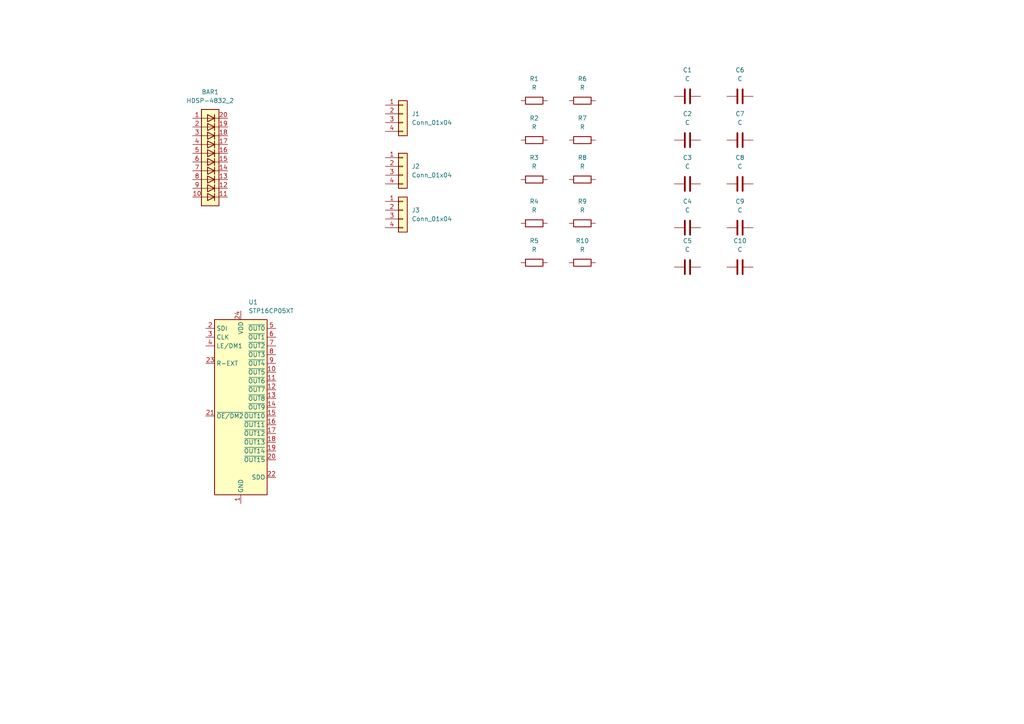
<source format=kicad_sch>
(kicad_sch (version 20231120) (generator "eeschema") (generator_version "8.0")
  (paper "A4")
  (lib_symbols
    (symbol "Connector_Generic:Conn_01x04" (pin_names (offset 1.016) hide)
      (property "Reference" "J" (at 0 5.08 0))
      (property "Value" "Conn_01x04" (at 0 -7.62 0))
      (symbol "Conn_01x04_1_1"
        (rectangle (start -1.27 -4.953) (end 0 -5.207) (stroke (width 0.1524)))
        (rectangle (start -1.27 -2.413) (end 0 -2.667) (stroke (width 0.1524)))
        (rectangle (start -1.27 0.127) (end 0 -0.127) (stroke (width 0.1524)))
        (rectangle (start -1.27 2.667) (end 0 2.413) (stroke (width 0.1524)))
        (rectangle (start -1.27 3.81) (end 1.27 -6.35) (stroke (width 0.254)) (fill (type background)))
        (pin passive line (at -5.08 2.54 0) (length 3.81) (name "Pin_1") (number "1"))
        (pin passive line (at -5.08 0 0) (length 3.81) (name "Pin_2") (number "2"))
        (pin passive line (at -5.08 -2.54 0) (length 3.81) (name "Pin_3") (number "3"))
        (pin passive line (at -5.08 -5.08 0) (length 3.81) (name "Pin_4") (number "4"))
      )
    )
    (symbol "Device:C" (pin_numbers hide) (pin_names (offset 0.254))
      (property "Reference" "C" (at 0.635 2.54 0))
      (property "Value" "C" (at 0.635 -2.54 0))
      (symbol "C_0_1"
        (polyline (pts (xy -2.032 -0.762) (xy 2.032 -0.762)) (stroke (width 0.508)))
        (polyline (pts (xy -2.032 0.762) (xy 2.032 0.762)) (stroke (width 0.508)))
      )
      (symbol "C_1_1"
        (pin passive line (at 0 3.81 270) (length 2.794) (name "~") (number "1"))
        (pin passive line (at 0 -3.81 90) (length 2.794) (name "~") (number "2"))
      )
    )
    (symbol "Device:R" (pin_numbers hide) (pin_names (offset 0))
      (property "Reference" "R" (at 2.032 0 90))
      (property "Value" "R" (at 0 0 90))
      (symbol "R_0_1"
        (rectangle (start -1.016 -2.54) (end 1.016 2.54) (stroke (width 0.254)))
      )
      (symbol "R_1_1"
        (pin passive line (at 0 3.81 270) (length 1.27) (name "~") (number "1"))
        (pin passive line (at 0 -3.81 90) (length 1.27) (name "~") (number "2"))
      )
    )
    (symbol "Driver_LED:STP16CP05XT"
      (property "Reference" "U" (at -7.62 26.67 0))
      (property "Value" "STP16CP05XT" (at 1.27 26.67 0))
      (symbol "STP16CP05XT_0_1"
        (rectangle (start -7.62 25.4) (end 7.62 -25.4) (stroke (width 0.254)) (fill (type background)))
      )
      (symbol "STP16CP05XT_1_1"
        (pin power_in line (at 0 -27.94 90) (length 2.54) (name "GND") (number "1"))
        (pin output line (at 10.16 10.16 180) (length 2.54) (name "~{OUT5}") (number "10"))
        (pin output line (at 10.16 7.62 180) (length 2.54) (name "~{OUT6}") (number "11"))
        (pin output line (at 10.16 5.08 180) (length 2.54) (name "~{OUT7}") (number "12"))
        (pin output line (at 10.16 2.54 180) (length 2.54) (name "~{OUT8}") (number "13"))
        (pin output line (at 10.16 0 180) (length 2.54) (name "~{OUT9}") (number "14"))
        (pin output line (at 10.16 -2.54 180) (length 2.54) (name "~{OUT10}") (number "15"))
        (pin output line (at 10.16 -5.08 180) (length 2.54) (name "~{OUT11}") (number "16"))
        (pin output line (at 10.16 -7.62 180) (length 2.54) (name "~{OUT12}") (number "17"))
        (pin output line (at 10.16 -10.16 180) (length 2.54) (name "~{OUT13}") (number "18"))
        (pin output line (at 10.16 -12.7 180) (length 2.54) (name "~{OUT14}") (number "19"))
        (pin input line (at -10.16 22.86 0) (length 2.54) (name "SDI") (number "2"))
        (pin output line (at 10.16 -15.24 180) (length 2.54) (name "~{OUT15}") (number "20"))
        (pin input line (at -10.16 -2.54 0) (length 2.54) (name "~{OE/DM2}") (number "21"))
        (pin output line (at 10.16 -20.32 180) (length 2.54) (name "SDO") (number "22"))
        (pin passive line (at -10.16 12.7 0) (length 2.54) (name "R-EXT") (number "23"))
        (pin power_in line (at 0 27.94 270) (length 2.54) (name "VDD") (number "24"))
        (pin passive line (at 0 -27.94 90) (length 2.54) hide (name "GND") (number "25"))
        (pin input line (at -10.16 20.32 0) (length 2.54) (name "CLK") (number "3"))
        (pin input line (at -10.16 17.78 0) (length 2.54) (name "LE/DM1") (number "4"))
        (pin output line (at 10.16 22.86 180) (length 2.54) (name "~{OUT0}") (number "5"))
        (pin output line (at 10.16 20.32 180) (length 2.54) (name "~{OUT1}") (number "6"))
        (pin output line (at 10.16 17.78 180) (length 2.54) (name "~{OUT2}") (number "7"))
        (pin output line (at 10.16 15.24 180) (length 2.54) (name "~{OUT3}") (number "8"))
        (pin output line (at 10.16 12.7 180) (length 2.54) (name "~{OUT4}") (number "9"))
      )
    )
    (symbol "LED:HDSP-4832_2" (pin_names (offset 1.016) hide)
      (property "Reference" "BAR" (at 0 15.24 0))
      (property "Value" "HDSP-4832_2" (at 0 -17.78 0))
      (symbol "HDSP-4832_2_0_1"
        (rectangle (start -2.54 12.7) (end 2.54 -15.24) (stroke (width 0.254)) (fill (type background)))
        (polyline (pts (xy -2.54 -12.7) (xy 2.54 -12.7)))
        (polyline (pts (xy -2.54 -10.16) (xy 2.54 -10.16)))
        (polyline (pts (xy -2.54 -7.62) (xy 2.54 -7.62)))
        (polyline (pts (xy -2.54 -5.08) (xy 2.54 -5.08)))
        (polyline (pts (xy -2.54 0) (xy 2.54 0)))
        (polyline (pts (xy -2.54 5.08) (xy 2.54 5.08)))
        (polyline (pts (xy -2.54 7.62) (xy 2.54 7.62)))
        (polyline (pts (xy -2.54 10.16) (xy 2.54 10.16)))
        (polyline (pts (xy 1.27 -11.684) (xy 1.27 -13.716)) (stroke (width 0.254)))
        (polyline (pts (xy 1.27 -9.144) (xy 1.27 -11.176)) (stroke (width 0.254)))
        (polyline (pts (xy 1.27 -6.604) (xy 1.27 -8.636)) (stroke (width 0.254)))
        (polyline (pts (xy 1.27 -4.064) (xy 1.27 -6.096)) (stroke (width 0.254)))
        (polyline (pts (xy 1.27 -1.524) (xy 1.27 -3.556)) (stroke (width 0.254)))
        (polyline (pts (xy 1.27 1.016) (xy 1.27 -1.016)) (stroke (width 0.254)))
        (polyline (pts (xy 1.27 3.556) (xy 1.27 1.524)) (stroke (width 0.254)))
        (polyline (pts (xy 1.27 6.096) (xy 1.27 4.064)) (stroke (width 0.254)))
        (polyline (pts (xy 1.27 8.636) (xy 1.27 6.604)) (stroke (width 0.254)))
        (polyline (pts (xy 1.27 11.176) (xy 1.27 9.144)) (stroke (width 0.254)))
        (polyline (pts (xy 2.54 -2.54) (xy -2.54 -2.54)))
        (polyline (pts (xy 2.54 2.54) (xy -2.54 2.54)))
        (polyline (pts (xy -0.762 -11.684) (xy -0.762 -13.716) (xy 1.27 -12.7) (xy -0.762 -11.684)) (stroke (width 0.254)))
        (polyline (pts (xy -0.762 -9.144) (xy -0.762 -11.176) (xy 1.27 -10.16) (xy -0.762 -9.144)) (stroke (width 0.254)))
        (polyline (pts (xy -0.762 -6.604) (xy -0.762 -8.636) (xy 1.27 -7.62) (xy -0.762 -6.604)) (stroke (width 0.254)))
        (polyline (pts (xy -0.762 -4.064) (xy -0.762 -6.096) (xy 1.27 -5.08) (xy -0.762 -4.064)) (stroke (width 0.254)))
        (polyline (pts (xy -0.762 -1.524) (xy -0.762 -3.556) (xy 1.27 -2.54) (xy -0.762 -1.524)) (stroke (width 0.254)))
        (polyline (pts (xy -0.762 1.016) (xy -0.762 -1.016) (xy 1.27 0) (xy -0.762 1.016)) (stroke (width 0.254)))
        (polyline (pts (xy -0.762 3.556) (xy -0.762 1.524) (xy 1.27 2.54) (xy -0.762 3.556)) (stroke (width 0.254)))
        (polyline (pts (xy -0.762 6.096) (xy -0.762 4.064) (xy 1.27 5.08) (xy -0.762 6.096)) (stroke (width 0.254)))
        (polyline (pts (xy -0.762 8.636) (xy -0.762 6.604) (xy 1.27 7.62) (xy -0.762 8.636)) (stroke (width 0.254)))
        (polyline (pts (xy -0.762 11.176) (xy -0.762 9.144) (xy 1.27 10.16) (xy -0.762 11.176)) (stroke (width 0.254)))
      )
      (symbol "HDSP-4832_2_1_1"
        (pin passive line (at -5.08 10.16 0) (length 2.54) (name "A") (number "1"))
        (pin passive line (at -5.08 -12.7 0) (length 2.54) (name "A") (number "10"))
        (pin passive line (at 5.08 -12.7 180) (length 2.54) (name "K") (number "11"))
        (pin passive line (at 5.08 -10.16 180) (length 2.54) (name "K") (number "12"))
        (pin passive line (at 5.08 -7.62 180) (length 2.54) (name "K") (number "13"))
        (pin passive line (at 5.08 -5.08 180) (length 2.54) (name "K") (number "14"))
        (pin passive line (at 5.08 -2.54 180) (length 2.54) (name "K") (number "15"))
        (pin passive line (at 5.08 0 180) (length 2.54) (name "K") (number "16"))
        (pin passive line (at 5.08 2.54 180) (length 2.54) (name "K") (number "17"))
        (pin passive line (at 5.08 5.08 180) (length 2.54) (name "K") (number "18"))
        (pin passive line (at 5.08 7.62 180) (length 2.54) (name "K") (number "19"))
        (pin passive line (at -5.08 7.62 0) (length 2.54) (name "A") (number "2"))
        (pin passive line (at 5.08 10.16 180) (length 2.54) (name "K") (number "20"))
        (pin passive line (at -5.08 5.08 0) (length 2.54) (name "A") (number "3"))
        (pin passive line (at -5.08 2.54 0) (length 2.54) (name "A") (number "4"))
        (pin passive line (at -5.08 0 0) (length 2.54) (name "A") (number "5"))
        (pin passive line (at -5.08 -2.54 0) (length 2.54) (name "A") (number "6"))
        (pin passive line (at -5.08 -5.08 0) (length 2.54) (name "A") (number "7"))
        (pin passive line (at -5.08 -7.62 0) (length 2.54) (name "A") (number "8"))
        (pin passive line (at -5.08 -10.16 0) (length 2.54) (name "A") (number "9"))
      )
    )
  )
  (symbol (lib_id "Device:R") (at 168.91 64.77 90) (unit 1)
    (property "Reference" "R9" (at 168.91 58.42 90))
    (property "Value" "R" (at 168.91 60.96 90))
    (property "Footprint" "Resistor_SMD:R_0603_1608Metric" (effects (hide yes)))
    (property "Description" "Resistor" (effects (hide yes)))
  )
  (symbol (lib_id "Device:R") (at 168.91 29.21 90) (unit 1)
    (property "Reference" "R6" (at 168.91 22.86 90))
    (property "Value" "R" (at 168.91 25.4 90))
    (property "Footprint" "Resistor_SMD:R_0603_1608Metric" (effects (hide yes)))
    (property "Description" "Resistor" (effects (hide yes)))
  )
  (symbol (lib_id "Device:R") (at 168.91 40.64 90) (unit 1)
    (property "Reference" "R7" (at 168.91 34.29 90))
    (property "Value" "R" (at 168.91 36.83 90))
    (property "Footprint" "Resistor_SMD:R_0603_1608Metric" (effects (hide yes)))
    (property "Description" "Resistor" (effects (hide yes)))
  )
  (symbol (lib_id "Device:C") (at 199.39 66.04 90) (unit 1)
    (property "Reference" "C4" (at 199.39 58.42 90))
    (property "Value" "C" (at 199.39 60.96 90))
    (property "Footprint" "Capacitor_SMD:C_0603_1608Metric" (effects (hide yes)))
    (property "Description" "Unpolarized capacitor" (effects (hide yes)))
  )
  (symbol (lib_id "Connector_Generic:Conn_01x04") (at 116.84 48.26 0) (unit 1)
    (property "Reference" "J2" (at 119.38 48.2599 0) (effects (justify left)))
    (property "Value" "Conn_01x04" (at 119.38 50.7999 0) (effects (justify left)))
    (property "Footprint" "Connector_PinHeader_2.54mm:PinHeader_1x04_P2.54mm_Vertical" (effects (hide yes)))
    (property "Description" "Generic connector, single row, 01x04, script generated (kicad-library-utils/schlib/autogen/connector/)" (effects (hide yes)))
  )
  (symbol (lib_id "Device:C") (at 214.63 40.64 90) (unit 1)
    (property "Reference" "C7" (at 214.63 33.02 90))
    (property "Value" "C" (at 214.63 35.56 90))
    (property "Footprint" "Capacitor_SMD:C_0603_1608Metric" (effects (hide yes)))
    (property "Description" "Unpolarized capacitor" (effects (hide yes)))
  )
  (symbol (lib_id "Device:R") (at 154.94 76.2 90) (unit 1)
    (property "Reference" "R5" (at 154.94 69.85 90))
    (property "Value" "R" (at 154.94 72.39 90))
    (property "Footprint" "Resistor_SMD:R_0603_1608Metric" (effects (hide yes)))
    (property "Description" "Resistor" (effects (hide yes)))
  )
  (symbol (lib_id "Device:R") (at 154.94 29.21 90) (unit 1)
    (property "Reference" "R1" (at 154.94 22.86 90))
    (property "Value" "R" (at 154.94 25.4 90))
    (property "Footprint" "Resistor_SMD:R_0603_1608Metric" (effects (hide yes)))
    (property "Description" "Resistor" (effects (hide yes)))
  )
  (symbol (lib_id "Device:C") (at 214.63 77.47 90) (unit 1)
    (property "Reference" "C10" (at 214.63 69.85 90))
    (property "Value" "C" (at 214.63 72.39 90))
    (property "Footprint" "Capacitor_SMD:C_0603_1608Metric" (effects (hide yes)))
    (property "Description" "Unpolarized capacitor" (effects (hide yes)))
  )
  (symbol (lib_id "Connector_Generic:Conn_01x04") (at 116.84 60.96 0) (unit 1)
    (property "Reference" "J3" (at 119.38 60.9599 0) (effects (justify left)))
    (property "Value" "Conn_01x04" (at 119.38 63.4999 0) (effects (justify left)))
    (property "Footprint" "Connector_PinHeader_2.54mm:PinHeader_1x04_P2.54mm_Vertical" (effects (hide yes)))
    (property "Description" "Generic connector, single row, 01x04, script generated (kicad-library-utils/schlib/autogen/connector/)" (effects (hide yes)))
  )
  (symbol (lib_id "Device:C") (at 199.39 40.64 90) (unit 1)
    (property "Reference" "C2" (at 199.39 33.02 90))
    (property "Value" "C" (at 199.39 35.56 90))
    (property "Footprint" "Capacitor_SMD:C_0603_1608Metric" (effects (hide yes)))
    (property "Description" "Unpolarized capacitor" (effects (hide yes)))
  )
  (symbol (lib_id "Device:C") (at 199.39 53.34 90) (unit 1)
    (property "Reference" "C3" (at 199.39 45.72 90))
    (property "Value" "C" (at 199.39 48.26 90))
    (property "Footprint" "Capacitor_SMD:C_0603_1608Metric" (effects (hide yes)))
    (property "Description" "Unpolarized capacitor" (effects (hide yes)))
  )
  (symbol (lib_id "Device:R") (at 154.94 64.77 90) (unit 1)
    (property "Reference" "R4" (at 154.94 58.42 90))
    (property "Value" "R" (at 154.94 60.96 90))
    (property "Footprint" "Resistor_SMD:R_0603_1608Metric" (effects (hide yes)))
    (property "Description" "Resistor" (effects (hide yes)))
  )
  (symbol (lib_id "Device:C") (at 214.63 53.34 90) (unit 1)
    (property "Reference" "C8" (at 214.63 45.72 90))
    (property "Value" "C" (at 214.63 48.26 90))
    (property "Footprint" "Capacitor_SMD:C_0603_1608Metric" (effects (hide yes)))
    (property "Description" "Unpolarized capacitor" (effects (hide yes)))
  )
  (symbol (lib_id "Device:R") (at 154.94 40.64 90) (unit 1)
    (property "Reference" "R2" (at 154.94 34.29 90))
    (property "Value" "R" (at 154.94 36.83 90))
    (property "Footprint" "Resistor_SMD:R_0603_1608Metric" (effects (hide yes)))
    (property "Description" "Resistor" (effects (hide yes)))
  )
  (symbol (lib_id "Connector_Generic:Conn_01x04") (at 116.84 33.02 0) (unit 1)
    (property "Reference" "J1" (at 119.38 33.0199 0) (effects (justify left)))
    (property "Value" "Conn_01x04" (at 119.38 35.5599 0) (effects (justify left)))
    (property "Footprint" "Connector_PinHeader_2.54mm:PinHeader_1x04_P2.54mm_Vertical" (effects (hide yes)))
    (property "Description" "Generic connector, single row, 01x04, script generated (kicad-library-utils/schlib/autogen/connector/)" (effects (hide yes)))
  )
  (symbol (lib_id "Device:R") (at 154.94 52.07 90) (unit 1)
    (property "Reference" "R3" (at 154.94 45.72 90))
    (property "Value" "R" (at 154.94 48.26 90))
    (property "Footprint" "Resistor_SMD:R_0603_1608Metric" (effects (hide yes)))
    (property "Description" "Resistor" (effects (hide yes)))
  )
  (symbol (lib_id "Device:C") (at 199.39 27.94 90) (unit 1)
    (property "Reference" "C1" (at 199.39 20.32 90))
    (property "Value" "C" (at 199.39 22.86 90))
    (property "Footprint" "Capacitor_SMD:C_0603_1608Metric" (effects (hide yes)))
    (property "Description" "Unpolarized capacitor" (effects (hide yes)))
  )
  (symbol (lib_id "Device:C") (at 199.39 77.47 90) (unit 1)
    (property "Reference" "C5" (at 199.39 69.85 90))
    (property "Value" "C" (at 199.39 72.39 90))
    (property "Footprint" "Capacitor_SMD:C_0603_1608Metric" (effects (hide yes)))
    (property "Description" "Unpolarized capacitor" (effects (hide yes)))
  )
  (symbol (lib_id "Driver_LED:STP16CP05XT") (at 69.85 118.11 0) (unit 1)
    (property "Reference" "U1" (at 72.0441 87.63 0) (effects (justify left)))
    (property "Value" "STP16CP05XT" (at 72.0441 90.17 0) (effects (justify left)))
    (property "Footprint" "Package_SO:TSSOP-24_4.4x7.8mm_P0.65mm" (effects (hide yes)))
    (property "Datasheet" "https://www.st.com/resource/en/datasheet/stp16cp05.pdf" (effects (hide yes)))
    (property "Description" "16-bit constant current LED sink driver, HTSSOP-24" (effects (hide yes)))
  )
  (symbol (lib_id "Device:C") (at 214.63 66.04 90) (unit 1)
    (property "Reference" "C9" (at 214.63 58.42 90))
    (property "Value" "C" (at 214.63 60.96 90))
    (property "Footprint" "Capacitor_SMD:C_0603_1608Metric" (effects (hide yes)))
    (property "Description" "Unpolarized capacitor" (effects (hide yes)))
  )
  (symbol (lib_id "Device:R") (at 168.91 76.2 90) (unit 1)
    (property "Reference" "R10" (at 168.91 69.85 90))
    (property "Value" "R" (at 168.91 72.39 90))
    (property "Footprint" "Resistor_SMD:R_0603_1608Metric" (effects (hide yes)))
    (property "Description" "Resistor" (effects (hide yes)))
  )
  (symbol (lib_id "Device:R") (at 168.91 52.07 90) (unit 1)
    (property "Reference" "R8" (at 168.91 45.72 90))
    (property "Value" "R" (at 168.91 48.26 90))
    (property "Footprint" "Resistor_SMD:R_0603_1608Metric" (effects (hide yes)))
    (property "Description" "Resistor" (effects (hide yes)))
  )
  (symbol (lib_id "LED:HDSP-4832_2") (at 60.96 44.45 0) (unit 1)
    (property "Reference" "BAR1" (at 60.96 26.67 0))
    (property "Value" "HDSP-4832_2" (at 60.96 29.21 0))
    (property "Footprint" "Display:HDSP-4830" (effects (hide yes)))
    (property "Datasheet" "https://docs.broadcom.com/docs/AV02-1798EN" (effects (hide yes)))
    (property "Description" "BAR GRAPH 10 segment block, Mix of high efficiency red, yellow and green" (effects (hide yes)))
  )
  (symbol (lib_id "Device:C") (at 214.63 27.94 90) (unit 1)
    (property "Reference" "C6" (at 214.63 20.32 90))
    (property "Value" "C" (at 214.63 22.86 90))
    (property "Footprint" "Capacitor_SMD:C_0603_1608Metric" (effects (hide yes)))
    (property "Description" "Unpolarized capacitor" (effects (hide yes)))
  )
)
</source>
